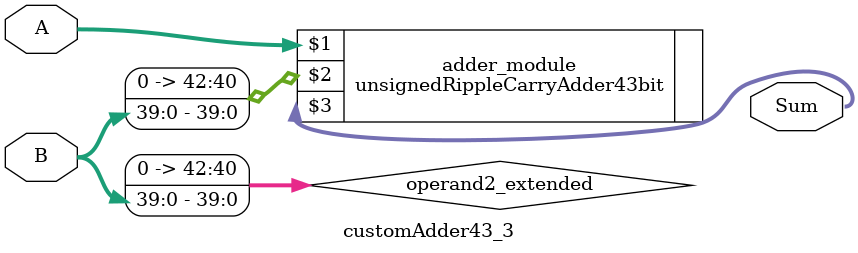
<source format=v>
module customAdder43_3(
                        input [42 : 0] A,
                        input [39 : 0] B,
                        
                        output [43 : 0] Sum
                );

        wire [42 : 0] operand2_extended;
        
        assign operand2_extended =  {3'b0, B};
        
        unsignedRippleCarryAdder43bit adder_module(
            A,
            operand2_extended,
            Sum
        );
        
        endmodule
        
</source>
